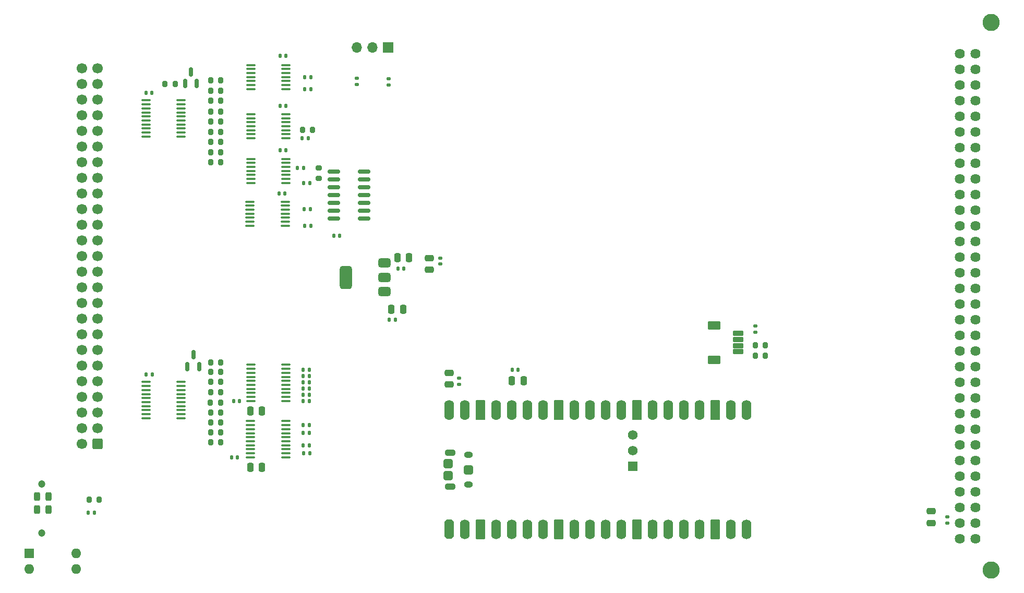
<source format=gbr>
%TF.GenerationSoftware,KiCad,Pcbnew,8.0.7*%
%TF.CreationDate,2024-12-24T20:08:54+01:00*%
%TF.ProjectId,Desktop_50_Pin_TopConn,4465736b-746f-4705-9f35-305f50696e5f,1.01*%
%TF.SameCoordinates,Original*%
%TF.FileFunction,Soldermask,Top*%
%TF.FilePolarity,Negative*%
%FSLAX46Y46*%
G04 Gerber Fmt 4.6, Leading zero omitted, Abs format (unit mm)*
G04 Created by KiCad (PCBNEW 8.0.7) date 2024-12-24 20:08:54*
%MOMM*%
%LPD*%
G01*
G04 APERTURE LIST*
G04 Aperture macros list*
%AMRoundRect*
0 Rectangle with rounded corners*
0 $1 Rounding radius*
0 $2 $3 $4 $5 $6 $7 $8 $9 X,Y pos of 4 corners*
0 Add a 4 corners polygon primitive as box body*
4,1,4,$2,$3,$4,$5,$6,$7,$8,$9,$2,$3,0*
0 Add four circle primitives for the rounded corners*
1,1,$1+$1,$2,$3*
1,1,$1+$1,$4,$5*
1,1,$1+$1,$6,$7*
1,1,$1+$1,$8,$9*
0 Add four rect primitives between the rounded corners*
20,1,$1+$1,$2,$3,$4,$5,0*
20,1,$1+$1,$4,$5,$6,$7,0*
20,1,$1+$1,$6,$7,$8,$9,0*
20,1,$1+$1,$8,$9,$2,$3,0*%
%AMFreePoly0*
4,1,26,1.935306,0.780194,1.989950,0.741421,2.341421,0.389950,2.388777,0.314585,2.400000,0.248529,2.400000,-0.248529,2.380194,-0.335306,2.341421,-0.389950,1.989950,-0.741421,1.914585,-0.788777,1.848529,-0.800000,0.000000,-0.800000,-0.248529,-0.800000,-0.335306,-0.780194,-0.389950,-0.741421,-0.741421,-0.389950,-0.788777,-0.314585,-0.800000,-0.248529,-0.800000,0.248529,-0.780194,0.335306,
-0.741421,0.389950,-0.389950,0.741421,-0.314585,0.788777,-0.248529,0.800000,1.848529,0.800000,1.935306,0.780194,1.935306,0.780194,$1*%
%AMFreePoly1*
4,1,26,0.335306,0.780194,0.389950,0.741421,0.741421,0.389950,0.788777,0.314585,0.800000,0.248529,0.800000,-0.248529,0.780194,-0.335306,0.741421,-0.389950,0.389950,-0.741421,0.314585,-0.788777,0.248529,-0.800000,0.000000,-0.800000,-0.248529,-0.800000,-0.335306,-0.780194,-0.389950,-0.741421,-0.741421,-0.389950,-0.788777,-0.314585,-0.800000,-0.248529,-0.800000,0.248529,-0.780194,0.335306,
-0.741421,0.389950,-0.389950,0.741421,-0.314585,0.788777,-0.248529,0.800000,0.248529,0.800000,0.335306,0.780194,0.335306,0.780194,$1*%
G04 Aperture macros list end*
%ADD10RoundRect,0.250000X-0.475000X0.250000X-0.475000X-0.250000X0.475000X-0.250000X0.475000X0.250000X0*%
%ADD11RoundRect,0.250000X-0.250000X-0.475000X0.250000X-0.475000X0.250000X0.475000X-0.250000X0.475000X0*%
%ADD12RoundRect,0.375000X0.625000X0.375000X-0.625000X0.375000X-0.625000X-0.375000X0.625000X-0.375000X0*%
%ADD13RoundRect,0.500000X0.500000X1.400000X-0.500000X1.400000X-0.500000X-1.400000X0.500000X-1.400000X0*%
%ADD14RoundRect,0.140000X-0.140000X-0.170000X0.140000X-0.170000X0.140000X0.170000X-0.140000X0.170000X0*%
%ADD15RoundRect,0.140000X-0.170000X0.140000X-0.170000X-0.140000X0.170000X-0.140000X0.170000X0.140000X0*%
%ADD16RoundRect,0.135000X0.135000X0.185000X-0.135000X0.185000X-0.135000X-0.185000X0.135000X-0.185000X0*%
%ADD17RoundRect,0.200000X0.200000X0.275000X-0.200000X0.275000X-0.200000X-0.275000X0.200000X-0.275000X0*%
%ADD18RoundRect,0.150000X0.150000X-0.587500X0.150000X0.587500X-0.150000X0.587500X-0.150000X-0.587500X0*%
%ADD19RoundRect,0.200000X-0.200000X-0.275000X0.200000X-0.275000X0.200000X0.275000X-0.200000X0.275000X0*%
%ADD20RoundRect,0.135000X-0.135000X-0.185000X0.135000X-0.185000X0.135000X0.185000X-0.135000X0.185000X0*%
%ADD21RoundRect,0.250000X0.600000X0.600000X-0.600000X0.600000X-0.600000X-0.600000X0.600000X-0.600000X0*%
%ADD22C,1.700000*%
%ADD23RoundRect,0.100000X-0.637500X-0.100000X0.637500X-0.100000X0.637500X0.100000X-0.637500X0.100000X0*%
%ADD24C,2.794000*%
%ADD25C,1.625600*%
%ADD26RoundRect,0.140000X0.140000X0.170000X-0.140000X0.170000X-0.140000X-0.170000X0.140000X-0.170000X0*%
%ADD27RoundRect,0.100000X0.637500X0.100000X-0.637500X0.100000X-0.637500X-0.100000X0.637500X-0.100000X0*%
%ADD28RoundRect,0.135000X0.185000X-0.135000X0.185000X0.135000X-0.185000X0.135000X-0.185000X-0.135000X0*%
%ADD29R,1.600000X1.600000*%
%ADD30O,1.600000X1.600000*%
%ADD31RoundRect,0.243750X-0.243750X-0.456250X0.243750X-0.456250X0.243750X0.456250X-0.243750X0.456250X0*%
%ADD32RoundRect,0.250000X0.475000X-0.250000X0.475000X0.250000X-0.475000X0.250000X-0.475000X-0.250000X0*%
%ADD33R,1.700000X1.700000*%
%ADD34O,1.700000X1.700000*%
%ADD35RoundRect,0.150000X0.825000X0.150000X-0.825000X0.150000X-0.825000X-0.150000X0.825000X-0.150000X0*%
%ADD36RoundRect,0.200000X0.275000X-0.200000X0.275000X0.200000X-0.275000X0.200000X-0.275000X-0.200000X0*%
%ADD37RoundRect,0.102000X-0.775000X0.300000X-0.775000X-0.300000X0.775000X-0.300000X0.775000X0.300000X0*%
%ADD38RoundRect,0.102000X0.900000X-0.600000X0.900000X0.600000X-0.900000X0.600000X-0.900000X-0.600000X0*%
%ADD39O,1.800000X1.100000*%
%ADD40O,1.450000X1.050000*%
%ADD41FreePoly0,90.000000*%
%ADD42FreePoly1,90.000000*%
%ADD43O,1.600000X3.200000*%
%ADD44C,1.600000*%
%ADD45RoundRect,0.200000X0.600000X-1.400000X0.600000X1.400000X-0.600000X1.400000X-0.600000X-1.400000X0*%
%ADD46RoundRect,0.200000X0.600000X-0.600000X0.600000X0.600000X-0.600000X0.600000X-0.600000X-0.600000X0*%
%ADD47R,1.574800X1.574800*%
%ADD48C,1.574800*%
%ADD49RoundRect,0.300000X0.450000X-0.450000X0.450000X0.450000X-0.450000X0.450000X-0.450000X-0.450000X0*%
%ADD50C,1.200000*%
G04 APERTURE END LIST*
D10*
%TO.C,C3*%
X46050000Y-39771000D03*
X46050000Y-41671000D03*
%TD*%
D11*
%TO.C,C4*%
X39898000Y-48087000D03*
X41798000Y-48087000D03*
%TD*%
D12*
%TO.C,U3*%
X38786000Y-45180000D03*
X38786000Y-42880000D03*
D13*
X32486000Y-42880000D03*
D12*
X38786000Y-40580000D03*
%TD*%
D14*
%TO.C,C1*%
X30556000Y-36149000D03*
X31516000Y-36149000D03*
%TD*%
D15*
%TO.C,C2*%
X47828000Y-39761000D03*
X47828000Y-40721000D03*
%TD*%
D14*
%TO.C,C5*%
X39573000Y-49738000D03*
X40533000Y-49738000D03*
%TD*%
D11*
%TO.C,C12*%
X59476400Y-59669400D03*
X61376400Y-59669400D03*
%TD*%
D16*
%TO.C,R42*%
X26648400Y-71455000D03*
X25628400Y-71455000D03*
%TD*%
D17*
%TO.C,R56*%
X-7506400Y-78948000D03*
X-9156400Y-78948000D03*
%TD*%
D16*
%TO.C,R66*%
X26417800Y-20324800D03*
X25397800Y-20324800D03*
%TD*%
%TO.C,R30*%
X-8304000Y-81081600D03*
X-9324000Y-81081600D03*
%TD*%
D18*
%TO.C,Q1*%
X6441200Y-11430200D03*
X8341200Y-11430200D03*
X7391200Y-9555200D03*
%TD*%
D19*
%TO.C,R39*%
X10554300Y-64848600D03*
X12204300Y-64848600D03*
%TD*%
D14*
%TO.C,C17*%
X132000Y-58628000D03*
X1092000Y-58628000D03*
%TD*%
D16*
%TO.C,R16*%
X26623000Y-61930000D03*
X25603000Y-61930000D03*
%TD*%
D19*
%TO.C,R4*%
X10554000Y-20909000D03*
X12204000Y-20909000D03*
%TD*%
D15*
%TO.C,C16*%
X130124000Y-81798000D03*
X130124000Y-82758000D03*
%TD*%
D19*
%TO.C,R24*%
X98963741Y-53952345D03*
X100613741Y-53952345D03*
%TD*%
D20*
%TO.C,R67*%
X25751400Y-31856400D03*
X26771400Y-31856400D03*
%TD*%
D21*
%TO.C,J2*%
X-7750000Y-69950000D03*
D22*
X-10290000Y-69950000D03*
X-7750000Y-67410000D03*
X-10290000Y-67410000D03*
X-7750000Y-64870000D03*
X-10290000Y-64870000D03*
X-7750000Y-62330000D03*
X-10290000Y-62330000D03*
X-7750000Y-59790000D03*
X-10290000Y-59790000D03*
X-7750000Y-57250000D03*
X-10290000Y-57250000D03*
X-7750000Y-54710000D03*
X-10290000Y-54710000D03*
X-7750000Y-52170000D03*
X-10290000Y-52170000D03*
X-7750000Y-49630000D03*
X-10290000Y-49630000D03*
X-7750000Y-47090000D03*
X-10290000Y-47090000D03*
X-7750000Y-44550000D03*
X-10290000Y-44550000D03*
X-7750000Y-42010000D03*
X-10290000Y-42010000D03*
X-7750000Y-39470000D03*
X-10290000Y-39470000D03*
X-7750000Y-36930000D03*
X-10290000Y-36930000D03*
X-7750000Y-34390000D03*
X-10290000Y-34390000D03*
X-7750000Y-31850000D03*
X-10290000Y-31850000D03*
X-7750000Y-29310000D03*
X-10290000Y-29310000D03*
X-7750000Y-26770000D03*
X-10290000Y-26770000D03*
X-7750000Y-24230000D03*
X-10290000Y-24230000D03*
X-7750000Y-21690000D03*
X-10290000Y-21690000D03*
X-7750000Y-19150000D03*
X-10290000Y-19150000D03*
X-7750000Y-16610000D03*
X-10290000Y-16610000D03*
X-7750000Y-14070000D03*
X-10290000Y-14070000D03*
X-7750000Y-11530000D03*
X-10290000Y-11530000D03*
X-7750000Y-8990000D03*
X-10290000Y-8990000D03*
%TD*%
D19*
%TO.C,R33*%
X10554300Y-59844800D03*
X12204300Y-59844800D03*
%TD*%
D23*
%TO.C,U5*%
X76000Y-14170000D03*
X76000Y-14820000D03*
X76000Y-15470000D03*
X76000Y-16120000D03*
X76000Y-16770000D03*
X76000Y-17420000D03*
X76000Y-18070000D03*
X76000Y-18720000D03*
X76000Y-19370000D03*
X76000Y-20020000D03*
X5801000Y-20020000D03*
X5801000Y-19370000D03*
X5801000Y-18720000D03*
X5801000Y-18070000D03*
X5801000Y-17420000D03*
X5801000Y-16770000D03*
X5801000Y-16120000D03*
X5801000Y-15470000D03*
X5801000Y-14820000D03*
X5801000Y-14170000D03*
%TD*%
D19*
%TO.C,R36*%
X10558100Y-69700000D03*
X12208100Y-69700000D03*
%TD*%
%TO.C,R5*%
X10554000Y-19258000D03*
X12204000Y-19258000D03*
%TD*%
D23*
%TO.C,U14*%
X17094000Y-16419000D03*
X17094000Y-17069000D03*
X17094000Y-17719000D03*
X17094000Y-18369000D03*
X17094000Y-19019000D03*
X17094000Y-19669000D03*
X17094000Y-20319000D03*
X22819000Y-20319000D03*
X22819000Y-19669000D03*
X22819000Y-19019000D03*
X22819000Y-18369000D03*
X22819000Y-17719000D03*
X22819000Y-17069000D03*
X22819000Y-16419000D03*
%TD*%
D24*
%TO.C,J1*%
X137250000Y-1550000D03*
X137250000Y-90450000D03*
D25*
X134710000Y-6630000D03*
X134710000Y-9170000D03*
X134710000Y-11710000D03*
X134710000Y-14250000D03*
X134710000Y-16790000D03*
X134710000Y-19330000D03*
X134710000Y-21870000D03*
X134710000Y-24410000D03*
X134710000Y-26950000D03*
X134710000Y-29490000D03*
X134710000Y-32030000D03*
X134710000Y-34570000D03*
X134710000Y-37110000D03*
X134710000Y-39650000D03*
X134710000Y-42190000D03*
X134710000Y-44730000D03*
X134710000Y-47270000D03*
X134710000Y-49810000D03*
X134710000Y-52350000D03*
X134710000Y-54890000D03*
X134710000Y-57430000D03*
X134710000Y-59970000D03*
X134710000Y-62510000D03*
X134710000Y-65050000D03*
X134710000Y-67590000D03*
X134710000Y-70130000D03*
X134710000Y-72670000D03*
X134710000Y-75210000D03*
X134710000Y-77750000D03*
X134710000Y-80290000D03*
X134710000Y-82830000D03*
X134710000Y-85370000D03*
X132170000Y-6630000D03*
X132170000Y-9170000D03*
X132170000Y-11710000D03*
X132170000Y-14250000D03*
X132170000Y-16790000D03*
X132170000Y-19330000D03*
X132170000Y-21870000D03*
X132170000Y-24410000D03*
X132170000Y-26950000D03*
X132170000Y-29490000D03*
X132170000Y-32030000D03*
X132170000Y-34570000D03*
X132170000Y-37110000D03*
X132170000Y-39650000D03*
X132170000Y-42190000D03*
X132170000Y-44730000D03*
X132170000Y-47270000D03*
X132170000Y-49810000D03*
X132170000Y-52350000D03*
X132170000Y-54890000D03*
X132170000Y-57430000D03*
X132170000Y-59970000D03*
X132170000Y-62510000D03*
X132170000Y-65050000D03*
X132170000Y-67590000D03*
X132170000Y-70130000D03*
X132170000Y-72670000D03*
X132170000Y-75210000D03*
X132170000Y-77750000D03*
X132170000Y-80290000D03*
X132170000Y-82830000D03*
X132170000Y-85370000D03*
%TD*%
D19*
%TO.C,R35*%
X10556200Y-56695200D03*
X12206200Y-56695200D03*
%TD*%
%TO.C,R1*%
X10558100Y-61521200D03*
X12208100Y-61521200D03*
%TD*%
D26*
%TO.C,C8*%
X14907000Y-72090000D03*
X13947000Y-72090000D03*
%TD*%
D19*
%TO.C,R38*%
X10558100Y-66423400D03*
X12208100Y-66423400D03*
%TD*%
D16*
%TO.C,R17*%
X26623000Y-66883000D03*
X25603000Y-66883000D03*
%TD*%
D19*
%TO.C,R9*%
X10554000Y-15956000D03*
X12204000Y-15956000D03*
%TD*%
D16*
%TO.C,R13*%
X26623000Y-58882000D03*
X25603000Y-58882000D03*
%TD*%
D19*
%TO.C,R40*%
X10552400Y-63248400D03*
X12202400Y-63248400D03*
%TD*%
D27*
%TO.C,U4*%
X22750500Y-72090000D03*
X22750500Y-71440000D03*
X22750500Y-70790000D03*
X22750500Y-70140000D03*
X22750500Y-69490000D03*
X22750500Y-68840000D03*
X22750500Y-68190000D03*
X22750500Y-67540000D03*
X22750500Y-66890000D03*
X22750500Y-66240000D03*
X17025500Y-66240000D03*
X17025500Y-66890000D03*
X17025500Y-67540000D03*
X17025500Y-68190000D03*
X17025500Y-68840000D03*
X17025500Y-69490000D03*
X17025500Y-70140000D03*
X17025500Y-70790000D03*
X17025500Y-71440000D03*
X17025500Y-72090000D03*
%TD*%
D16*
%TO.C,R18*%
X26623000Y-68153000D03*
X25603000Y-68153000D03*
%TD*%
D23*
%TO.C,U6*%
X76000Y-59890000D03*
X76000Y-60540000D03*
X76000Y-61190000D03*
X76000Y-61840000D03*
X76000Y-62490000D03*
X76000Y-63140000D03*
X76000Y-63790000D03*
X76000Y-64440000D03*
X76000Y-65090000D03*
X76000Y-65740000D03*
X5801000Y-65740000D03*
X5801000Y-65090000D03*
X5801000Y-64440000D03*
X5801000Y-63790000D03*
X5801000Y-63140000D03*
X5801000Y-62490000D03*
X5801000Y-61840000D03*
X5801000Y-61190000D03*
X5801000Y-60540000D03*
X5801000Y-59890000D03*
%TD*%
%TO.C,U13*%
X17094000Y-8418000D03*
X17094000Y-9068000D03*
X17094000Y-9718000D03*
X17094000Y-10368000D03*
X17094000Y-11018000D03*
X17094000Y-11668000D03*
X17094000Y-12318000D03*
X22819000Y-12318000D03*
X22819000Y-11668000D03*
X22819000Y-11018000D03*
X22819000Y-10368000D03*
X22819000Y-9718000D03*
X22819000Y-9068000D03*
X22819000Y-8418000D03*
%TD*%
D11*
%TO.C,C15*%
X17033000Y-64597000D03*
X18933000Y-64597000D03*
%TD*%
D14*
%TO.C,C19*%
X21869200Y-6913600D03*
X22829200Y-6913600D03*
%TD*%
D28*
%TO.C,R11*%
X34340600Y-11561800D03*
X34340600Y-10541800D03*
%TD*%
D14*
%TO.C,C14*%
X21671200Y-29265600D03*
X22631200Y-29265600D03*
%TD*%
D16*
%TO.C,R69*%
X26722600Y-27589200D03*
X25702600Y-27589200D03*
%TD*%
D23*
%TO.C,U16*%
X16967000Y-30613000D03*
X16967000Y-31263000D03*
X16967000Y-31913000D03*
X16967000Y-32563000D03*
X16967000Y-33213000D03*
X16967000Y-33863000D03*
X16967000Y-34513000D03*
X22692000Y-34513000D03*
X22692000Y-33863000D03*
X22692000Y-33213000D03*
X22692000Y-32563000D03*
X22692000Y-31913000D03*
X22692000Y-31263000D03*
X22692000Y-30613000D03*
%TD*%
D26*
%TO.C,C20*%
X41958000Y-41483000D03*
X40998000Y-41483000D03*
%TD*%
D18*
%TO.C,Q2*%
X6812000Y-57358000D03*
X8712000Y-57358000D03*
X7762000Y-55483000D03*
%TD*%
D19*
%TO.C,R3*%
X10554000Y-22560000D03*
X12204000Y-22560000D03*
%TD*%
D15*
%TO.C,C6*%
X50876000Y-59291000D03*
X50876000Y-60251000D03*
%TD*%
D16*
%TO.C,R15*%
X26623000Y-60914000D03*
X25603000Y-60914000D03*
%TD*%
D15*
%TO.C,C22*%
X98963741Y-50809245D03*
X98963741Y-51769245D03*
%TD*%
D19*
%TO.C,R22*%
X25489200Y-18978600D03*
X27139200Y-18978600D03*
%TD*%
%TO.C,R7*%
X10554000Y-12577800D03*
X12204000Y-12577800D03*
%TD*%
%TO.C,R8*%
X10554000Y-14254200D03*
X12204000Y-14254200D03*
%TD*%
%TO.C,R2*%
X10554000Y-24211000D03*
X12204000Y-24211000D03*
%TD*%
D14*
%TO.C,C18*%
X104000Y-12908000D03*
X1064000Y-12908000D03*
%TD*%
D29*
%TO.C,J13*%
X-18851000Y-87731000D03*
D30*
X-18851000Y-90271000D03*
X-11231000Y-90271000D03*
X-11231000Y-87731000D03*
%TD*%
D16*
%TO.C,R12*%
X26621000Y-57866000D03*
X25601000Y-57866000D03*
%TD*%
D20*
%TO.C,R25*%
X25603000Y-62946000D03*
X26623000Y-62946000D03*
%TD*%
D16*
%TO.C,R19*%
X26623000Y-70185000D03*
X25603000Y-70185000D03*
%TD*%
D11*
%TO.C,C10*%
X17033000Y-73741000D03*
X18933000Y-73741000D03*
%TD*%
D23*
%TO.C,U15*%
X17094000Y-23658000D03*
X17094000Y-24308000D03*
X17094000Y-24958000D03*
X17094000Y-25608000D03*
X17094000Y-26258000D03*
X17094000Y-26908000D03*
X17094000Y-27558000D03*
X22819000Y-27558000D03*
X22819000Y-26908000D03*
X22819000Y-26258000D03*
X22819000Y-25608000D03*
X22819000Y-24958000D03*
X22819000Y-24308000D03*
X22819000Y-23658000D03*
%TD*%
D31*
%TO.C,D4*%
X-17625500Y-78440000D03*
X-15750500Y-78440000D03*
%TD*%
D14*
%TO.C,C9*%
X21823600Y-15041600D03*
X22783600Y-15041600D03*
%TD*%
D16*
%TO.C,R68*%
X26824200Y-12323800D03*
X25804200Y-12323800D03*
%TD*%
D19*
%TO.C,R10*%
X10554000Y-17607000D03*
X12204000Y-17607000D03*
%TD*%
%TO.C,R34*%
X10556200Y-58244600D03*
X12206200Y-58244600D03*
%TD*%
D31*
%TO.C,D3*%
X-17625500Y-80599000D03*
X-15750500Y-80599000D03*
%TD*%
D20*
%TO.C,R65*%
X25804200Y-10368000D03*
X26824200Y-10368000D03*
%TD*%
D19*
%TO.C,R37*%
X10558100Y-68023600D03*
X12208100Y-68023600D03*
%TD*%
D32*
%TO.C,C7*%
X49275000Y-60284000D03*
X49275000Y-58384000D03*
%TD*%
D33*
%TO.C,J10*%
X39395200Y-5618200D03*
D34*
X36855200Y-5618200D03*
X34315200Y-5618200D03*
%TD*%
D17*
%TO.C,R41*%
X4824800Y-11511000D03*
X3174800Y-11511000D03*
%TD*%
D14*
%TO.C,C24*%
X59491800Y-57916800D03*
X60451800Y-57916800D03*
%TD*%
D35*
%TO.C,U8*%
X35506000Y-33355000D03*
X35506000Y-32085000D03*
X35506000Y-30815000D03*
X35506000Y-29545000D03*
X35506000Y-28275000D03*
X35506000Y-27005000D03*
X35506000Y-25735000D03*
X30556000Y-25735000D03*
X30556000Y-27005000D03*
X30556000Y-28275000D03*
X30556000Y-29545000D03*
X30556000Y-30815000D03*
X30556000Y-32085000D03*
X30556000Y-33355000D03*
%TD*%
D36*
%TO.C,R23*%
X28117600Y-26814000D03*
X28117600Y-25164000D03*
%TD*%
D37*
%TO.C,J6*%
X96213941Y-51969745D03*
X96213941Y-52969745D03*
X96213941Y-53969745D03*
X96213941Y-54969745D03*
D38*
X92338941Y-50669745D03*
X92338941Y-56269745D03*
%TD*%
D17*
%TO.C,R26*%
X100613741Y-55654145D03*
X98963741Y-55654145D03*
%TD*%
D20*
%TO.C,R29*%
X25855000Y-34523400D03*
X26875000Y-34523400D03*
%TD*%
D16*
%TO.C,R14*%
X26621000Y-59898000D03*
X25601000Y-59898000D03*
%TD*%
D39*
%TO.C,RP1*%
X49431200Y-76847000D03*
D40*
X52461200Y-76547000D03*
X52461200Y-71697000D03*
D39*
X49431200Y-71397000D03*
D41*
X49301200Y-84612000D03*
D42*
X49301200Y-83012000D03*
D43*
X51841200Y-83812000D03*
D44*
X51841200Y-83012000D03*
D45*
X54381200Y-83812000D03*
D46*
X54381200Y-83012000D03*
D43*
X56921200Y-83812000D03*
D44*
X56921200Y-83012000D03*
D43*
X59461200Y-83812000D03*
D44*
X59461200Y-83012000D03*
D43*
X62001200Y-83812000D03*
D44*
X62001200Y-83012000D03*
D43*
X64541200Y-83812000D03*
D44*
X64541200Y-83012000D03*
D45*
X67081200Y-83812000D03*
D46*
X67081200Y-83012000D03*
D43*
X69621200Y-83812000D03*
D44*
X69621200Y-83012000D03*
D43*
X72161200Y-83812000D03*
D44*
X72161200Y-83012000D03*
D43*
X74701200Y-83812000D03*
D44*
X74701200Y-83012000D03*
D43*
X77241200Y-83812000D03*
D44*
X77241200Y-83012000D03*
D45*
X79781200Y-83812000D03*
D46*
X79781200Y-83012000D03*
D43*
X82321200Y-83812000D03*
D44*
X82321200Y-83012000D03*
D43*
X84861200Y-83812000D03*
D44*
X84861200Y-83012000D03*
D43*
X87401200Y-83812000D03*
D44*
X87401200Y-83012000D03*
D43*
X89941200Y-83812000D03*
D44*
X89941200Y-83012000D03*
D45*
X92481200Y-83812000D03*
D46*
X92481200Y-83012000D03*
D43*
X95021200Y-83812000D03*
D44*
X95021200Y-83012000D03*
D43*
X97561200Y-83812000D03*
D44*
X97561200Y-83012000D03*
X97561200Y-65232000D03*
D43*
X97561200Y-64432000D03*
D44*
X95021200Y-65232000D03*
D43*
X95021200Y-64432000D03*
D46*
X92481200Y-65232000D03*
D45*
X92481200Y-64432000D03*
D44*
X89941200Y-65232000D03*
D43*
X89941200Y-64432000D03*
D44*
X87401200Y-65232000D03*
D43*
X87401200Y-64432000D03*
D44*
X84861200Y-65232000D03*
D43*
X84861200Y-64432000D03*
D44*
X82321200Y-65232000D03*
D43*
X82321200Y-64432000D03*
D46*
X79781200Y-65232000D03*
D45*
X79781200Y-64432000D03*
D44*
X77241200Y-65232000D03*
D43*
X77241200Y-64432000D03*
D44*
X74701200Y-65232000D03*
D43*
X74701200Y-64432000D03*
D44*
X72161200Y-65232000D03*
D43*
X72161200Y-64432000D03*
D44*
X69621200Y-65232000D03*
D43*
X69621200Y-64432000D03*
D46*
X67081200Y-65232000D03*
D45*
X67081200Y-64432000D03*
D44*
X64541200Y-65232000D03*
D43*
X64541200Y-64432000D03*
D44*
X62001200Y-65232000D03*
D43*
X62001200Y-64432000D03*
D44*
X59461200Y-65232000D03*
D43*
X59461200Y-64432000D03*
D44*
X56921200Y-65232000D03*
D43*
X56921200Y-64432000D03*
D46*
X54381200Y-65232000D03*
D45*
X54381200Y-64432000D03*
D44*
X51841200Y-65232000D03*
D43*
X51841200Y-64432000D03*
D44*
X49301200Y-65232000D03*
D43*
X49301200Y-64432000D03*
D47*
X79131200Y-73537800D03*
D48*
X79131200Y-70997800D03*
X79131200Y-68457800D03*
D49*
X52431200Y-74122000D03*
X49131200Y-73122000D03*
X49131200Y-75122000D03*
%TD*%
D27*
%TO.C,U9*%
X22819000Y-62946000D03*
X22819000Y-62296000D03*
X22819000Y-61646000D03*
X22819000Y-60996000D03*
X22819000Y-60346000D03*
X22819000Y-59696000D03*
X22819000Y-59046000D03*
X22819000Y-58396000D03*
X22819000Y-57746000D03*
X22819000Y-57096000D03*
X17094000Y-57096000D03*
X17094000Y-57746000D03*
X17094000Y-58396000D03*
X17094000Y-59046000D03*
X17094000Y-59696000D03*
X17094000Y-60346000D03*
X17094000Y-60996000D03*
X17094000Y-61646000D03*
X17094000Y-62296000D03*
X17094000Y-62946000D03*
%TD*%
D19*
%TO.C,R6*%
X10556200Y-10901400D03*
X12206200Y-10901400D03*
%TD*%
D28*
%TO.C,R28*%
X39446000Y-11638000D03*
X39446000Y-10618000D03*
%TD*%
D16*
%TO.C,R61*%
X25683200Y-25100000D03*
X24663200Y-25100000D03*
%TD*%
D26*
%TO.C,C11*%
X15288000Y-62946000D03*
X14328000Y-62946000D03*
%TD*%
D11*
%TO.C,C21*%
X40909000Y-39705000D03*
X42809000Y-39705000D03*
%TD*%
D14*
%TO.C,C13*%
X21846400Y-22255200D03*
X22806400Y-22255200D03*
%TD*%
D32*
%TO.C,C23*%
X127507000Y-82763000D03*
X127507000Y-80863000D03*
%TD*%
D50*
%TO.C,J4*%
X-16815000Y-84409000D03*
X-16815000Y-76409000D03*
%TD*%
M02*

</source>
